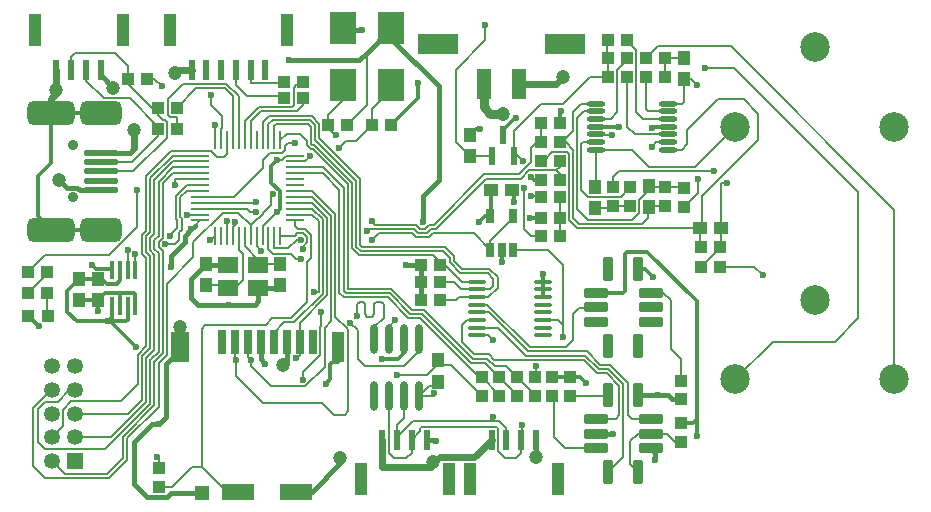
<source format=gtl>
G04 Layer_Physical_Order=1*
G04 Layer_Color=255*
%FSLAX43Y43*%
%MOMM*%
G71*
G01*
G75*
%ADD10O,1.600X0.450*%
%ADD11R,0.650X1.250*%
%ADD12R,3.454X1.651*%
%ADD13R,1.270X2.540*%
%ADD14R,1.800X1.400*%
%ADD15R,2.200X2.800*%
%ADD16R,1.000X1.000*%
%ADD17R,1.000X1.000*%
%ADD18R,1.000X1.150*%
%ADD19R,1.150X1.000*%
%ADD20R,0.700X2.000*%
%ADD21R,1.000X2.600*%
%ADD22R,1.500X2.600*%
%ADD23R,1.200X1.200*%
%ADD24R,2.700X1.400*%
%ADD25R,0.350X1.500*%
%ADD26R,0.600X1.700*%
%ADD27R,1.000X2.800*%
%ADD28O,0.700X2.500*%
%ADD29O,1.550X0.250*%
%ADD30O,0.250X1.550*%
%ADD31R,0.600X1.600*%
G04:AMPARAMS|DCode=32|XSize=2mm|YSize=0.8mm|CornerRadius=0.08mm|HoleSize=0mm|Usage=FLASHONLY|Rotation=180.000|XOffset=0mm|YOffset=0mm|HoleType=Round|Shape=RoundedRectangle|*
%AMROUNDEDRECTD32*
21,1,2.000,0.640,0,0,180.0*
21,1,1.840,0.800,0,0,180.0*
1,1,0.160,-0.920,0.320*
1,1,0.160,0.920,0.320*
1,1,0.160,0.920,-0.320*
1,1,0.160,-0.920,-0.320*
%
%ADD32ROUNDEDRECTD32*%
G04:AMPARAMS|DCode=33|XSize=2mm|YSize=0.8mm|CornerRadius=0.08mm|HoleSize=0mm|Usage=FLASHONLY|Rotation=90.000|XOffset=0mm|YOffset=0mm|HoleType=Round|Shape=RoundedRectangle|*
%AMROUNDEDRECTD33*
21,1,2.000,0.640,0,0,90.0*
21,1,1.840,0.800,0,0,90.0*
1,1,0.160,0.320,0.920*
1,1,0.160,0.320,-0.920*
1,1,0.160,-0.320,-0.920*
1,1,0.160,-0.320,0.920*
%
%ADD33ROUNDEDRECTD33*%
G04:AMPARAMS|DCode=34|XSize=2.8mm|YSize=0.5mm|CornerRadius=0.125mm|HoleSize=0mm|Usage=FLASHONLY|Rotation=180.000|XOffset=0mm|YOffset=0mm|HoleType=Round|Shape=RoundedRectangle|*
%AMROUNDEDRECTD34*
21,1,2.800,0.250,0,0,180.0*
21,1,2.550,0.500,0,0,180.0*
1,1,0.250,-1.275,0.125*
1,1,0.250,1.275,0.125*
1,1,0.250,1.275,-0.125*
1,1,0.250,-1.275,-0.125*
%
%ADD34ROUNDEDRECTD34*%
G04:AMPARAMS|DCode=35|XSize=3.5mm|YSize=2.05mm|CornerRadius=0.512mm|HoleSize=0mm|Usage=FLASHONLY|Rotation=180.000|XOffset=0mm|YOffset=0mm|HoleType=Round|Shape=RoundedRectangle|*
%AMROUNDEDRECTD35*
21,1,3.500,1.025,0,0,180.0*
21,1,2.475,2.050,0,0,180.0*
1,1,1.025,-1.238,0.512*
1,1,1.025,1.238,0.512*
1,1,1.025,1.238,-0.512*
1,1,1.025,-1.238,-0.512*
%
%ADD35ROUNDEDRECTD35*%
G04:AMPARAMS|DCode=36|XSize=4mm|YSize=2.05mm|CornerRadius=0.512mm|HoleSize=0mm|Usage=FLASHONLY|Rotation=180.000|XOffset=0mm|YOffset=0mm|HoleType=Round|Shape=RoundedRectangle|*
%AMROUNDEDRECTD36*
21,1,4.000,1.025,0,0,180.0*
21,1,2.975,2.050,0,0,180.0*
1,1,1.025,-1.488,0.512*
1,1,1.025,1.488,0.512*
1,1,1.025,1.488,-0.512*
1,1,1.025,-1.488,-0.512*
%
%ADD36ROUNDEDRECTD36*%
G04:AMPARAMS|DCode=37|XSize=3.5mm|YSize=2.05mm|CornerRadius=0.512mm|HoleSize=0mm|Usage=FLASHONLY|Rotation=180.000|XOffset=0mm|YOffset=0mm|HoleType=Round|Shape=RoundedRectangle|*
%AMROUNDEDRECTD37*
21,1,3.500,1.025,0,0,180.0*
21,1,2.475,2.050,0,0,180.0*
1,1,1.025,-1.238,0.512*
1,1,1.025,1.238,0.512*
1,1,1.025,1.238,-0.512*
1,1,1.025,-1.238,-0.512*
%
%ADD37ROUNDEDRECTD37*%
%ADD38R,1.000X1.000*%
%ADD39O,1.600X0.350*%
%ADD40C,0.200*%
%ADD41C,0.400*%
%ADD42C,0.300*%
%ADD43C,0.600*%
%ADD44C,0.800*%
%ADD45C,2.500*%
%ADD46C,0.900*%
%ADD47R,1.350X1.350*%
%ADD48C,1.350*%
%ADD49C,0.600*%
%ADD50C,1.200*%
D10*
X56250Y30150D02*
D03*
Y30800D02*
D03*
Y31450D02*
D03*
Y32100D02*
D03*
Y32750D02*
D03*
Y33400D02*
D03*
Y34050D02*
D03*
X50150Y30150D02*
D03*
Y30800D02*
D03*
Y31450D02*
D03*
Y32100D02*
D03*
Y32750D02*
D03*
Y33400D02*
D03*
Y34050D02*
D03*
D11*
X41250Y21675D02*
D03*
X42200D02*
D03*
X43150D02*
D03*
Y24525D02*
D03*
X41250D02*
D03*
D12*
X36790Y39124D02*
D03*
X47590D02*
D03*
D13*
X43700Y35670D02*
D03*
X40676D02*
D03*
D14*
X19000Y20400D02*
D03*
X21600D02*
D03*
Y18400D02*
D03*
X19000D02*
D03*
D15*
X28775Y35605D02*
D03*
Y40405D02*
D03*
X32850Y35605D02*
D03*
Y40405D02*
D03*
D16*
X37000Y20400D02*
D03*
X35400D02*
D03*
X35400Y18900D02*
D03*
X37000D02*
D03*
X35400Y17400D02*
D03*
X37000D02*
D03*
X3700Y18000D02*
D03*
X2100D02*
D03*
X3700Y19800D02*
D03*
X2100D02*
D03*
X27500Y32200D02*
D03*
X29100D02*
D03*
X31200D02*
D03*
X32800D02*
D03*
X25400Y35900D02*
D03*
X23800D02*
D03*
X25400Y34500D02*
D03*
X23800D02*
D03*
X10600Y36100D02*
D03*
X12200D02*
D03*
X13100Y33700D02*
D03*
X14700D02*
D03*
X13100Y31900D02*
D03*
X14700D02*
D03*
X47100Y27600D02*
D03*
X45500D02*
D03*
X45500Y29200D02*
D03*
X47100D02*
D03*
X52800Y36300D02*
D03*
X51200D02*
D03*
X52800Y39400D02*
D03*
X51200D02*
D03*
X59100Y20200D02*
D03*
X60700D02*
D03*
X60700Y21900D02*
D03*
X59100D02*
D03*
X56000Y37900D02*
D03*
X54400D02*
D03*
X54400Y36300D02*
D03*
X56000D02*
D03*
X45500Y32400D02*
D03*
X47100D02*
D03*
X47100Y24400D02*
D03*
X45500D02*
D03*
X47100Y30800D02*
D03*
X45500D02*
D03*
X52800Y37900D02*
D03*
X51200D02*
D03*
X45500Y26100D02*
D03*
X47100D02*
D03*
X45500Y22800D02*
D03*
X47100D02*
D03*
D17*
X13200Y3200D02*
D03*
Y1600D02*
D03*
X57400Y10600D02*
D03*
Y9000D02*
D03*
X48000Y9300D02*
D03*
Y10900D02*
D03*
X46500Y9300D02*
D03*
Y10900D02*
D03*
X45000Y9300D02*
D03*
Y10900D02*
D03*
X57400Y7000D02*
D03*
Y5400D02*
D03*
X43500Y9300D02*
D03*
Y10900D02*
D03*
X42000Y9300D02*
D03*
Y10900D02*
D03*
X40500Y9300D02*
D03*
Y10900D02*
D03*
X57600Y26900D02*
D03*
Y25300D02*
D03*
X56000Y27000D02*
D03*
Y25400D02*
D03*
X51600Y25400D02*
D03*
Y27000D02*
D03*
X53100Y27000D02*
D03*
Y25400D02*
D03*
D18*
X6400Y17400D02*
D03*
Y19200D02*
D03*
X8000Y17400D02*
D03*
Y19200D02*
D03*
X36800Y12300D02*
D03*
Y10500D02*
D03*
X23400Y18700D02*
D03*
Y20500D02*
D03*
X17200Y20500D02*
D03*
Y18700D02*
D03*
X39500Y31400D02*
D03*
Y29600D02*
D03*
X57600Y36100D02*
D03*
Y37900D02*
D03*
X50100Y27000D02*
D03*
Y25200D02*
D03*
X54700Y25300D02*
D03*
Y27100D02*
D03*
D19*
X43100Y26700D02*
D03*
X41300D02*
D03*
X59000Y23500D02*
D03*
X60800D02*
D03*
D20*
X26200Y13900D02*
D03*
X25100D02*
D03*
X24000D02*
D03*
X22900D02*
D03*
X21800D02*
D03*
X20700D02*
D03*
X19600D02*
D03*
X18500D02*
D03*
D21*
X28300Y13400D02*
D03*
D22*
X14950D02*
D03*
D23*
X16850Y1100D02*
D03*
D24*
X24800Y1200D02*
D03*
X19900D02*
D03*
D25*
X9875Y19925D02*
D03*
X10525D02*
D03*
X9875Y16875D02*
D03*
X10525D02*
D03*
X9225Y19925D02*
D03*
X11175D02*
D03*
Y16875D02*
D03*
X9225D02*
D03*
D26*
X15945Y36900D02*
D03*
X17195D02*
D03*
X22195D02*
D03*
X20945D02*
D03*
X19695D02*
D03*
X18445D02*
D03*
X32100Y5600D02*
D03*
X33350D02*
D03*
X34600D02*
D03*
X35850D02*
D03*
X41350D02*
D03*
X42600D02*
D03*
X43850D02*
D03*
X45100D02*
D03*
X8250Y36900D02*
D03*
X7000D02*
D03*
X5750D02*
D03*
X4500D02*
D03*
D27*
X14095Y40250D02*
D03*
X24045D02*
D03*
X37700Y2250D02*
D03*
X30250D02*
D03*
X46950D02*
D03*
X39500D02*
D03*
X2650Y40250D02*
D03*
X10100D02*
D03*
D28*
X31395Y9250D02*
D03*
X32665D02*
D03*
X33935D02*
D03*
X35205D02*
D03*
X31395Y14150D02*
D03*
X32665D02*
D03*
X33935D02*
D03*
X35205D02*
D03*
D29*
X16675Y25150D02*
D03*
Y25650D02*
D03*
X24725Y24150D02*
D03*
Y24650D02*
D03*
Y25150D02*
D03*
Y25650D02*
D03*
Y26150D02*
D03*
Y26650D02*
D03*
Y27150D02*
D03*
Y27650D02*
D03*
Y28150D02*
D03*
Y28650D02*
D03*
Y29150D02*
D03*
Y29650D02*
D03*
X16675D02*
D03*
Y29150D02*
D03*
Y28650D02*
D03*
Y28150D02*
D03*
Y27650D02*
D03*
Y27150D02*
D03*
Y26650D02*
D03*
Y26150D02*
D03*
Y24650D02*
D03*
Y24150D02*
D03*
D30*
X17950Y22875D02*
D03*
X18450D02*
D03*
X18950D02*
D03*
X19450D02*
D03*
X19950D02*
D03*
X20450D02*
D03*
X20950D02*
D03*
X21450D02*
D03*
X21950D02*
D03*
X22450D02*
D03*
X22950D02*
D03*
X23450D02*
D03*
Y30925D02*
D03*
X22950D02*
D03*
X22450D02*
D03*
X21950D02*
D03*
X21450D02*
D03*
X20950D02*
D03*
X20450D02*
D03*
X19950D02*
D03*
X19450D02*
D03*
X18950D02*
D03*
X18450D02*
D03*
X17950D02*
D03*
D31*
X42300Y31400D02*
D03*
X43250Y29600D02*
D03*
X41350D02*
D03*
D32*
X54820Y18045D02*
D03*
Y16795D02*
D03*
Y15545D02*
D03*
X50180Y18045D02*
D03*
Y16795D02*
D03*
Y15545D02*
D03*
Y4850D02*
D03*
Y6100D02*
D03*
Y7350D02*
D03*
X54820Y4850D02*
D03*
Y6100D02*
D03*
Y7350D02*
D03*
D33*
X51230Y13545D02*
D03*
X53770D02*
D03*
X51230Y20045D02*
D03*
X53770D02*
D03*
Y9350D02*
D03*
X51230D02*
D03*
X53770Y2850D02*
D03*
X51230D02*
D03*
D34*
X8250Y28300D02*
D03*
Y26700D02*
D03*
Y27500D02*
D03*
Y29900D02*
D03*
Y29100D02*
D03*
D35*
X8275Y23375D02*
D03*
D36*
X4025D02*
D03*
Y33225D02*
D03*
D37*
X8275D02*
D03*
D38*
X2100Y16100D02*
D03*
X3800D02*
D03*
D39*
X40100Y18975D02*
D03*
Y18325D02*
D03*
Y17675D02*
D03*
Y17025D02*
D03*
Y16375D02*
D03*
Y15725D02*
D03*
Y15075D02*
D03*
Y14425D02*
D03*
X45700Y18975D02*
D03*
Y18325D02*
D03*
Y17675D02*
D03*
Y17025D02*
D03*
Y16375D02*
D03*
Y15725D02*
D03*
Y15075D02*
D03*
Y14425D02*
D03*
D40*
X29200Y8000D02*
Y14900D01*
X27000Y8700D02*
X28000Y7700D01*
X28900D02*
X29200Y8000D01*
X28000Y7700D02*
X28900D01*
X22000Y8700D02*
X27000D01*
X19700Y11000D02*
X22000Y8700D01*
X36055Y10100D02*
X36900D01*
X21350Y20250D02*
X21700Y19900D01*
X45200Y26200D02*
X45300Y26300D01*
X44500Y26200D02*
X45200D01*
X44500D02*
X44600Y26300D01*
X54700Y27000D02*
X56000D01*
X54600Y27100D02*
X54700Y27000D01*
Y25400D02*
X55900D01*
X54600Y25300D02*
X54700Y25400D01*
X54600Y24400D02*
Y25300D01*
X50000Y27000D02*
X50150Y27150D01*
X11175Y19925D02*
Y21375D01*
X51100Y37900D02*
X51200Y37800D01*
X51100Y37900D02*
Y39300D01*
X43250Y29900D02*
X43300D01*
X44000Y29200D01*
X26695Y18095D02*
Y24105D01*
X12800Y33500D02*
X13100D01*
X47100Y22800D02*
Y26100D01*
X41500Y7200D02*
X42000D01*
X34693D02*
X41500D01*
X23345Y34700D02*
X23572Y34928D01*
X19450Y23559D02*
X19800Y23909D01*
X43700Y5750D02*
X43900Y5950D01*
X2500Y8298D02*
X4002Y9800D01*
X4100Y3800D02*
X5200Y2700D01*
X4600Y8800D02*
X5600Y9800D01*
X6100D01*
X25952Y29552D02*
Y29627D01*
X25550Y29150D02*
X25952Y29552D01*
X30219Y22078D02*
Y27637D01*
X29867Y21932D02*
Y27491D01*
X29514Y21786D02*
Y27345D01*
X29162Y18336D02*
Y27199D01*
X26181Y30180D02*
X29162Y27199D01*
X26327Y30532D02*
X29514Y27345D01*
X26395Y30963D02*
X29867Y27491D01*
X26395Y30963D02*
Y32206D01*
X26748Y31108D02*
X30219Y27637D01*
X26748Y31108D02*
Y32352D01*
X26169Y30532D02*
X26327D01*
X26043Y30659D02*
X26169Y30532D01*
X26017Y30180D02*
X26181D01*
X25690Y30506D02*
X26017Y30180D01*
X24725Y29150D02*
X25550D01*
X25690Y30506D02*
Y30910D01*
X30800Y33900D02*
Y38355D01*
X29100Y32200D02*
X30800Y33900D01*
X21450Y21950D02*
Y22875D01*
Y21950D02*
X21800Y21600D01*
X15550Y24650D02*
X16675D01*
X14645Y26245D02*
X15550Y27150D01*
X14998Y26099D02*
X15548Y26650D01*
X14998Y24421D02*
Y26099D01*
X14645Y24275D02*
Y26245D01*
Y24275D02*
X14700Y24220D01*
X14998Y24421D02*
X15100Y24319D01*
X45500Y30800D02*
X45500Y30800D01*
Y32400D01*
X43798Y27700D02*
X44498Y28400D01*
X40868Y27700D02*
X43798D01*
X43652Y28052D02*
X44700Y29100D01*
X40722Y28052D02*
X43652D01*
X36620Y23452D02*
X40868Y27700D01*
X36474Y23805D02*
X40722Y28052D01*
X44048Y23452D02*
X44700Y22800D01*
X44048Y23452D02*
Y26812D01*
X44127Y26891D01*
X43150Y24350D02*
Y24525D01*
X41250Y22450D02*
X43150Y24350D01*
X35205Y13100D02*
Y14150D01*
X30600Y11800D02*
X33905D01*
X30000Y12400D02*
X30600Y11800D01*
X30000Y12400D02*
Y14851D01*
X33905Y11800D02*
X35205Y13100D01*
X33300Y11100D02*
X35900D01*
X36800Y12000D01*
X43900Y5950D02*
Y6800D01*
X43700Y5750D02*
X43850Y5600D01*
X35729Y23448D02*
X36086Y23805D01*
X34914D02*
X35271Y23448D01*
X31495Y23805D02*
X34914D01*
X36086D02*
X36474D01*
X36378Y23100D02*
X39825D01*
X30952Y23452D02*
X34768D01*
X36021Y22743D02*
X36378Y23100D01*
X34979Y22743D02*
X36021D01*
X34622Y23100D02*
X34979Y22743D01*
X31800Y23100D02*
X34622D01*
X36232Y23452D02*
X36620D01*
X35875Y23095D02*
X36232Y23452D01*
X35125Y23095D02*
X35875D01*
X34768Y23452D02*
X35125Y23095D01*
X35271Y23448D02*
X35729D01*
X41250Y21675D02*
Y22450D01*
X39825Y23100D02*
X41250Y21675D01*
X36500Y9300D02*
Y9500D01*
X36450Y9250D02*
X36500Y9300D01*
X35205Y9250D02*
X36450D01*
X17500Y22500D02*
X17575D01*
X17950Y22875D01*
X18598Y24798D02*
X19902D01*
X47100Y27600D02*
Y28100D01*
X46800Y28400D02*
X47100Y28100D01*
X44500Y26200D02*
X44700D01*
X40800Y39400D02*
Y40700D01*
X38300Y36900D02*
X40800Y39400D01*
X38300Y30800D02*
Y36900D01*
Y30800D02*
X39500Y29600D01*
X7000Y36000D02*
X8498Y34502D01*
X10698D01*
X13100Y32100D01*
X19450Y30925D02*
Y34650D01*
X13948Y33095D02*
Y34452D01*
Y33095D02*
X14095Y32948D01*
X14700D01*
Y31900D02*
Y32948D01*
X13500Y32652D02*
X13705D01*
X13852Y32505D01*
X11000Y28319D02*
X13852Y31172D01*
Y32505D01*
X13100Y33052D02*
X13500Y32652D01*
X10600Y35700D02*
X12800Y33500D01*
X13100Y33052D02*
Y33500D01*
X17950Y30925D02*
Y32250D01*
X19950Y30925D02*
Y34650D01*
X17573Y30027D02*
X18100Y29500D01*
X14229Y30027D02*
X17573D01*
X13100Y31900D02*
Y32100D01*
X7000Y36000D02*
Y36900D01*
X11000Y28300D02*
Y28319D01*
X10900Y29100D02*
X13100Y31300D01*
Y31900D01*
X10600Y35700D02*
Y36100D01*
Y37200D01*
X9500Y38300D02*
X10600Y37200D01*
X6100Y38300D02*
X9500D01*
X5750Y37950D02*
X6100Y38300D01*
X5750Y36900D02*
Y37950D01*
X12800Y36100D02*
X13400Y35500D01*
X12200Y36100D02*
X12800D01*
X23800Y15530D02*
X24631D01*
X22900Y14630D02*
X23800Y15530D01*
X22784Y15882D02*
X24382D01*
X24631Y15530D02*
X27048Y17946D01*
X22202Y15300D02*
X22784Y15882D01*
X35205Y9250D02*
X36055Y10100D01*
X37900Y11900D02*
X40500Y9300D01*
X36900Y11900D02*
X37900D01*
X36800Y12000D02*
X36900Y11900D01*
X32665Y15165D02*
X33200Y15700D01*
X32665Y14150D02*
Y15165D01*
X41075Y14425D02*
X41500Y14000D01*
X40100Y14425D02*
X41075D01*
X13000Y4100D02*
X13200Y3900D01*
Y3200D02*
Y3900D01*
X20900Y24900D02*
X21400D01*
X21629Y24348D02*
X21952Y24671D01*
X21548Y24348D02*
X21629D01*
X20950Y23750D02*
X21548Y24348D01*
X21952Y24752D02*
X22648Y25448D01*
X21952Y24671D02*
Y24752D01*
X22648Y25448D02*
Y26248D01*
X21950Y23650D02*
X23200Y24900D01*
X22648Y26248D02*
X22800Y26400D01*
X21950Y22875D02*
Y23650D01*
X23200Y29300D02*
X23600D01*
X22598Y29898D02*
X23606D01*
X19550Y26150D02*
X22000Y28600D01*
Y29300D02*
X22598Y29898D01*
X22000Y28600D02*
Y29300D01*
X23600Y29300D02*
X23950Y29650D01*
X23606Y29898D02*
X23827Y30119D01*
Y30427D01*
X23950Y29650D02*
X24725D01*
X23827Y30427D02*
X24100Y30700D01*
X24700D01*
X16675Y26150D02*
X19550D01*
X52800Y32100D02*
X53452Y31448D01*
X56248D01*
X56250Y31450D01*
X52000Y33300D02*
Y36900D01*
X51450Y32750D02*
X52000Y33300D01*
X50150Y32750D02*
X51450D01*
X43250Y31750D02*
X45500Y34000D01*
X43250Y29900D02*
Y31750D01*
X45500Y34000D02*
X47400D01*
X39500Y29600D02*
X41350D01*
X44498Y28400D02*
X46800D01*
X44500Y26200D02*
X44500Y26200D01*
X44700Y22800D02*
X45500D01*
X41500Y7200D02*
Y7500D01*
X48952Y26716D02*
X49495Y26173D01*
X49100Y30800D02*
X50150D01*
X48952Y30652D02*
X49100Y30800D01*
X48952Y26716D02*
Y30652D01*
X48600Y32800D02*
X49200Y33400D01*
X48600Y25097D02*
Y32800D01*
X48200Y33300D02*
X48950Y34050D01*
X48200Y31700D02*
Y33300D01*
X47300Y30800D02*
X48200Y31700D01*
X48600Y25097D02*
X49492Y24205D01*
X48748Y23852D02*
X54052D01*
X48248Y24352D02*
X48748Y23852D01*
X48248Y24352D02*
Y30156D01*
X47603Y30800D02*
X48248Y30156D01*
X47895Y24157D02*
Y29810D01*
Y24157D02*
X48552Y23500D01*
X59000D01*
X44700Y29100D02*
Y30300D01*
X47300Y30800D02*
X47403D01*
X45200D02*
X45500D01*
X47100D02*
X47300D01*
X47752Y29952D02*
X47895Y29810D01*
X49495Y26173D02*
X52273D01*
X51400Y25200D02*
X51600Y25400D01*
X50100Y25200D02*
X51400D01*
X50150Y27150D02*
Y30150D01*
X52273Y26173D02*
X53100Y27000D01*
X55300Y30800D02*
X56250D01*
X54900Y30400D02*
X55300Y30800D01*
X60800Y27300D02*
X61300D01*
X60800Y23500D02*
Y27300D01*
X51600Y25400D02*
X51600D01*
X59152Y26252D02*
X63900Y31000D01*
X59152Y23652D02*
Y26252D01*
X59100Y20200D02*
X60700Y21800D01*
Y21900D01*
X60800Y22000D01*
Y23500D01*
X50150Y31450D02*
X50200Y31400D01*
X51500D01*
X45300Y26300D02*
X45500Y26100D01*
X57600Y36100D02*
X58200D01*
X58700Y35600D01*
X59400Y37100D02*
X61900D01*
X72400Y26600D01*
Y15900D02*
Y26600D01*
X70400Y13900D02*
X72400Y15900D01*
X65150Y13900D02*
X70400D01*
X61950Y10700D02*
X65150Y13900D01*
X56250Y34050D02*
X57450D01*
X57600Y34200D01*
Y36100D01*
Y37900D02*
X57600D01*
X57600Y37900D02*
X57600Y37900D01*
X56000Y37900D02*
X57600D01*
X56000Y36300D02*
X56368D01*
X63600Y20200D02*
X64300Y19500D01*
X60700Y20200D02*
X63600D01*
X57600Y25300D02*
X58800Y26500D01*
Y27681D01*
X59000Y23500D02*
X59152Y23652D01*
X52100Y28300D02*
X60200D01*
X51600Y27800D02*
X52100Y28300D01*
X51600Y27000D02*
Y27800D01*
X53100Y25400D02*
X53100Y25400D01*
X51600Y25400D02*
X53100D01*
X49492Y24205D02*
X53262D01*
X54700Y27000D02*
Y27100D01*
Y26732D02*
Y27000D01*
X49200Y33400D02*
X50150D01*
X53262Y24205D02*
X53852Y24795D01*
Y25884D01*
X54700Y26732D01*
X56000Y27000D02*
X57400D01*
X54052Y23852D02*
X54600Y24400D01*
X57400Y27000D02*
X57500Y26900D01*
X53700Y6100D02*
X54820D01*
X53100Y5500D02*
X53700Y6100D01*
X53100Y3520D02*
Y5500D01*
Y3520D02*
X53770Y2850D01*
X54820Y6100D02*
X56200D01*
X56900Y5400D01*
X57400D01*
X54820Y18045D02*
X55855D01*
X56500Y17400D01*
Y13300D02*
Y17400D01*
Y13300D02*
X57400Y12400D01*
Y10600D02*
Y12400D01*
X61000Y10700D02*
X61950D01*
X56250Y30150D02*
X57450D01*
X57900Y30600D01*
Y31800D01*
X60500Y34400D01*
X62700D01*
X63900Y33200D01*
Y31000D02*
Y33200D01*
X59000Y22000D02*
X59100Y21900D01*
X59000Y22000D02*
Y23500D01*
X50150Y30150D02*
X53250D01*
X54700Y28700D01*
X58550D01*
X61950Y32100D01*
X54600Y33400D02*
X56250D01*
X54400Y33600D02*
X54600Y33400D01*
X54400Y33600D02*
Y36300D01*
X55400Y38900D02*
X61600D01*
X54400Y37900D02*
X55400Y38900D01*
X56000Y36300D02*
X56000Y36300D01*
X56000Y36300D02*
Y37900D01*
X53600Y33300D02*
Y38600D01*
X52800Y39400D02*
X53600Y38600D01*
X49700Y36300D02*
X51200D01*
X47400Y34000D02*
X49700Y36300D01*
X51200D02*
Y37800D01*
X52000Y36900D02*
X52800Y37700D01*
Y37800D01*
Y32100D02*
Y36300D01*
X75450Y10700D02*
Y25050D01*
X61600Y38900D02*
X75450Y25050D01*
X54150Y32750D02*
X56250D01*
X53600Y33300D02*
X54150Y32750D01*
X48950Y34050D02*
X50150D01*
X45500Y29200D02*
X45743D01*
X46495Y29952D01*
X47752D01*
X45000Y9300D02*
Y9400D01*
X43500Y10900D02*
X45000Y9400D01*
X43500Y9300D02*
Y9400D01*
X42000Y10900D02*
X43500Y9400D01*
X42000Y9300D02*
Y9400D01*
X40500Y10900D02*
X42000Y9400D01*
X41093Y12804D02*
X41544Y12352D01*
X50100Y16715D02*
X50180Y16795D01*
X48715Y16715D02*
X50100D01*
X48200Y16200D02*
X48715Y16715D01*
X48200Y14000D02*
Y16200D01*
X40100Y17025D02*
X40973D01*
X44589Y13410D01*
X40103Y16372D02*
X41122D01*
X40100Y16375D02*
X40103Y16372D01*
X41122D02*
X41125Y16375D01*
X44589Y13410D02*
X47610D01*
X44297Y12705D02*
X49294D01*
X41927Y15075D02*
X44297Y12705D01*
X40100Y15075D02*
X41927D01*
X41125Y16375D02*
X44443Y13057D01*
X49440D01*
X47610Y13410D02*
X48200Y14000D01*
X47400Y14300D02*
Y15300D01*
X45000Y10900D02*
X45100Y11000D01*
Y11800D01*
X49440Y13057D02*
X50544Y11952D01*
X49294Y12705D02*
X50398Y11600D01*
X49148Y12352D02*
X50300Y11200D01*
X41544Y12352D02*
X49148D01*
X53250Y7350D02*
X54820D01*
X52900Y7700D02*
X53250Y7350D01*
X52900Y7700D02*
Y10387D01*
X51334Y11952D02*
X52900Y10387D01*
X50544Y11952D02*
X51334D01*
X51188Y11600D02*
X52500Y10288D01*
X50398Y11600D02*
X51188D01*
X51090Y11200D02*
X52148Y10142D01*
X50300Y11200D02*
X51090D01*
X38800Y13897D02*
Y15300D01*
X39225Y15725D01*
X40100D01*
X50180Y7350D02*
X51850D01*
X52148Y7648D01*
Y10142D01*
X52500Y4120D02*
Y10288D01*
X51230Y2850D02*
X52500Y4120D01*
X39893Y12804D02*
X41093D01*
X42600Y11800D02*
X43500Y10900D01*
X41598Y11800D02*
X42600D01*
X40947Y12452D02*
X41598Y11800D01*
X38800Y13897D02*
X39893Y12804D01*
X39747Y12452D02*
X40947D01*
X35598Y16600D02*
X39747Y12452D01*
X51180Y9300D02*
X51230Y9350D01*
X48000Y9300D02*
X51180D01*
X46500D02*
X46600Y9200D01*
Y5800D02*
Y9200D01*
X40801Y12099D02*
X42000Y10900D01*
X39601Y12099D02*
X40801D01*
X38399Y13301D02*
X39601Y12099D01*
X40302Y10900D02*
X40500D01*
X35306Y15895D02*
X40302Y10900D01*
X43150Y21675D02*
X46125D01*
X47400Y20400D01*
Y15300D02*
Y20400D01*
X45700Y15725D02*
X46975D01*
X47400Y15300D01*
X47550Y4850D02*
X50180D01*
X46600Y5800D02*
X47550Y4850D01*
X33350Y5857D02*
X34693Y7200D01*
X42000D02*
X42600Y6600D01*
Y5600D02*
Y6600D01*
X33350Y5857D02*
Y6850D01*
X33935Y7435D01*
Y9250D01*
Y10087D01*
X41902Y4598D02*
Y6555D01*
X41755Y6702D02*
X41902Y6555D01*
X35445Y6702D02*
X41755D01*
X35298Y6555D02*
X35445Y6702D01*
X35298Y6298D02*
Y6555D01*
X34600Y5600D02*
X35298Y6298D01*
X34600Y4500D02*
Y5600D01*
X34100Y4000D02*
X34600Y4500D01*
X33100Y4000D02*
X34100D01*
X32665Y4435D02*
X33100Y4000D01*
X32665Y4435D02*
Y9250D01*
X43850Y4450D02*
Y5600D01*
X43400Y4000D02*
X43850Y4450D01*
X42500Y4000D02*
X43400D01*
X41902Y4598D02*
X42500Y4000D01*
X19950Y21650D02*
Y22875D01*
Y21650D02*
X20300Y21300D01*
Y19100D02*
Y21300D01*
X19600Y18400D02*
X20300Y19100D01*
X19000Y18400D02*
X19600D01*
X19902Y24798D02*
X20950Y23750D01*
X19659Y24050D02*
X19800Y23909D01*
X16675Y25150D02*
X20650D01*
X18950Y22875D02*
Y24050D01*
X18900Y24100D02*
X18950Y24050D01*
X31200Y24100D02*
X31495Y23805D01*
X44700Y30300D02*
X45200Y30800D01*
X47100Y28700D02*
Y29200D01*
X46800Y28400D02*
X47100Y28700D01*
X30800Y23300D02*
X30952Y23452D01*
X31200Y22500D02*
X31800Y23100D01*
X29514Y21786D02*
X30100Y21200D01*
X28810Y18190D02*
Y26889D01*
X27048Y28650D02*
X28810Y26889D01*
X28457Y18044D02*
Y26743D01*
X27050Y28150D02*
X28457Y26743D01*
X28105Y15965D02*
Y24690D01*
X26145Y26650D02*
X28105Y24690D01*
X27752Y15604D02*
Y24544D01*
X26147Y26150D02*
X27752Y24544D01*
X27400Y17800D02*
Y24398D01*
X26148Y25650D02*
X27400Y24398D01*
X27048Y17946D02*
Y24252D01*
X26150Y25150D02*
X27048Y24252D01*
X26150Y24650D02*
X26695Y24105D01*
X30219Y22078D02*
X30392Y21905D01*
X37394D01*
X38152Y21146D01*
Y20746D02*
Y21146D01*
Y20746D02*
X38846Y20052D01*
X41146D01*
X41852Y19346D01*
X41500Y18600D02*
Y19200D01*
X41000Y19700D02*
X41500Y19200D01*
X40100Y18325D02*
X41225D01*
X41500Y18600D01*
X29867Y21932D02*
X30246Y21552D01*
X37248D01*
X37800Y21000D01*
Y20600D02*
Y21000D01*
Y20600D02*
X38700Y19700D01*
X41000D01*
X30100Y21200D02*
X36400D01*
X37000Y20600D01*
Y20400D02*
Y20600D01*
X23450Y30925D02*
X24025Y31500D01*
X25100D01*
X25690Y30910D01*
X24725Y28650D02*
X27048D01*
X24725Y28150D02*
X27050D01*
X24725Y26650D02*
X26145D01*
X24725Y25650D02*
X26148D01*
X24725Y26150D02*
X26147D01*
X24725Y25150D02*
X26150D01*
X24725Y24650D02*
X26150D01*
X24725Y23675D02*
Y24150D01*
X22950Y30925D02*
Y32145D01*
X23100Y32295D01*
X25805D01*
X26043Y32057D01*
Y30659D02*
Y32057D01*
X22450Y30925D02*
Y32298D01*
X22800Y32648D01*
X25954D01*
X26395Y32206D01*
X21950Y30925D02*
Y32450D01*
X22500Y33000D01*
X26100D01*
X26748Y32352D01*
X20950Y30925D02*
Y32552D01*
X25105Y35605D02*
X25400Y35900D01*
X24800Y35605D02*
X25105D01*
X24600Y35405D02*
X24800Y35605D01*
X19695Y35605D02*
X20600Y34700D01*
X23345D01*
X23655Y35755D02*
X23800Y35900D01*
X20945Y35755D02*
X23655D01*
X20450Y30925D02*
Y32550D01*
X20650Y25150D02*
X20900Y24900D01*
X21350Y25650D02*
X21400Y25700D01*
X16675Y25650D02*
X21350D01*
X15548Y26650D02*
X16675D01*
X15550Y27150D02*
X16675D01*
X18950Y29750D02*
Y30925D01*
X18700Y29500D02*
X18950Y29750D01*
X18100Y29500D02*
X18700D01*
X11300Y23568D02*
Y26700D01*
X8932Y21200D02*
X11300Y23568D01*
X14550Y27150D02*
Y27650D01*
X14348Y28150D02*
X16675D01*
X14350Y28650D02*
X16675D01*
X14348Y29150D02*
X16675D01*
X14350Y29650D02*
X16675D01*
X14550Y27650D02*
X16675D01*
X20950Y22875D02*
Y23750D01*
X22952Y21848D02*
X24143D01*
X22950Y21850D02*
X22952Y21848D01*
X22950Y21850D02*
Y22875D01*
X22873Y21327D02*
X24373D01*
X22450Y21750D02*
X22873Y21327D01*
X22450Y21750D02*
Y22875D01*
X21600Y20400D02*
X21700Y20500D01*
X23400D01*
X20450Y21950D02*
Y22875D01*
Y21950D02*
X21600Y20800D01*
Y20400D02*
Y20800D01*
X18700Y18700D02*
X19000Y18400D01*
X17200Y18700D02*
X18700D01*
X19450Y22875D02*
Y23559D01*
X31395Y14150D02*
Y15095D01*
X32200Y15900D01*
Y17100D01*
X32021Y17279D02*
X32200Y17100D01*
X31579Y17279D02*
X32021D01*
X34305Y15895D02*
X35306D01*
X32568Y17632D02*
X34305Y15895D01*
X28870Y17632D02*
X32568D01*
X31400Y17100D02*
X31579Y17279D01*
X31400Y16200D02*
Y17100D01*
X31200Y16000D02*
X31400Y16200D01*
X30800Y16000D02*
X31200D01*
X30600Y16200D02*
X30800Y16000D01*
X30600Y16200D02*
Y17100D01*
X30421Y17279D02*
X30600Y17100D01*
X30179Y17279D02*
X30421D01*
X29941Y17041D02*
X30179Y17279D01*
X29941Y16041D02*
Y17041D01*
X31395Y14150D02*
X31400Y14155D01*
X29376Y15476D02*
X30000Y14851D01*
X32860Y18336D02*
X34597Y16600D01*
X32714Y17984D02*
X34451Y16248D01*
X29016Y17984D02*
X32714D01*
X29162Y18336D02*
X32860D01*
X28810Y18190D02*
X29016Y17984D01*
X28457Y18044D02*
X28870Y17632D01*
X28105Y15965D02*
X29147Y14923D01*
X29177D02*
X29200Y14900D01*
X29147Y14923D02*
X29177D01*
X34597Y16600D02*
X35598D01*
X38399Y13301D02*
X38399D01*
X3500Y21200D02*
X8932D01*
X3500Y8800D02*
X4600D01*
X2900Y8200D02*
X3500Y8800D01*
X2900Y5400D02*
Y8200D01*
Y5400D02*
X3500Y4800D01*
X8603D01*
X4100Y5800D02*
X5027Y6727D01*
Y8127D01*
X5773Y8873D01*
X9973D01*
X19600Y12400D02*
X19700Y12300D01*
X19600Y12400D02*
Y13900D01*
X20700Y12600D02*
X21000Y12300D01*
X20700Y12600D02*
Y13900D01*
X24800Y12500D02*
X25100Y12800D01*
Y13900D01*
X25350Y10650D02*
Y11343D01*
X4002Y9800D02*
X4100D01*
X2500Y3400D02*
Y8298D01*
Y3400D02*
X3552Y2348D01*
X25100Y13900D02*
Y15500D01*
X26295Y18095D02*
X26695D01*
X25350Y11343D02*
X26802Y12795D01*
Y15152D01*
X26900Y15250D01*
Y16400D01*
X27200Y15052D02*
X27752Y15604D01*
X27200Y11719D02*
Y15052D01*
X25579Y10098D02*
X27200Y11719D01*
X22702Y10098D02*
X25579D01*
X21000Y11800D02*
X22702Y10098D01*
X21000Y11800D02*
Y12300D01*
X19700Y11000D02*
Y12300D01*
X25100Y15500D02*
X27400Y17800D01*
X16800Y3300D02*
Y15000D01*
Y3300D02*
X18900Y1200D01*
X19900D01*
X13200Y1600D02*
X14300D01*
X16000Y3300D01*
X16800D01*
X8250Y28300D02*
X11000D01*
X8250Y29100D02*
X10900D01*
X20945Y35755D02*
Y36900D01*
X19695Y35605D02*
Y36900D01*
X16800Y15000D02*
X17100Y15300D01*
X22202D01*
X24382Y15882D02*
X25743Y17243D01*
X22900Y13900D02*
Y14630D01*
X28775Y34375D02*
Y35489D01*
X27500Y33100D02*
X28775Y34375D01*
X27500Y32200D02*
Y33100D01*
X32850Y35250D02*
Y35605D01*
X31200Y33600D02*
X32850Y35250D01*
X31200Y32200D02*
Y33600D01*
X37400Y20400D02*
X38825Y18975D01*
X40100D01*
X37000Y20400D02*
X37400D01*
X37000Y18900D02*
X38200D01*
X38775Y18325D02*
X40100D01*
X38200Y18900D02*
X38775Y18325D01*
X37000Y17400D02*
X38300D01*
X38575Y17675D02*
X40100D01*
X38300Y17400D02*
X38575Y17675D01*
X41075D02*
X41852Y18452D01*
X40100Y17675D02*
X41075D01*
X41852Y18452D02*
Y19346D01*
X34451Y16248D02*
X35452D01*
X38399Y13301D01*
X2100Y19800D02*
X3500Y21200D01*
X3700Y19600D02*
Y19800D01*
X2100Y18000D02*
X3700Y19600D01*
Y16200D02*
Y18000D01*
Y16200D02*
X3800Y16100D01*
X28400Y30300D02*
X29000Y30900D01*
X29900D01*
X31200Y32200D01*
X27700Y31800D02*
X28100Y31400D01*
X28200D01*
X10525Y19925D02*
Y21675D01*
X3552Y2348D02*
X8948D01*
X10500Y3900D01*
Y5700D01*
X13149Y8349D01*
Y12051D01*
X13852Y12754D01*
X5200Y2700D02*
X8802D01*
X10148Y4046D01*
Y5846D01*
X12797Y8495D01*
Y12197D01*
X12900Y12300D01*
Y12300D01*
X13500Y12900D01*
X8603Y4800D02*
X12444Y8641D01*
Y12343D01*
X12548Y12446D01*
Y12446D01*
X13148Y13046D01*
X9100Y5800D02*
X12092Y8792D01*
Y12489D02*
X12500Y12897D01*
X6100Y5800D02*
X9100D01*
X12092Y8792D02*
Y12489D01*
X12500Y12897D02*
X12795Y13192D01*
X10600Y7800D02*
X11740Y8940D01*
Y12635D01*
X12443Y13338D01*
X6100Y7800D02*
X10600D01*
X9973Y8873D02*
X11387Y10287D01*
Y12781D01*
X12090Y13484D01*
X15100Y23381D02*
Y24319D01*
X14700Y23480D02*
Y24220D01*
X14100Y22800D02*
Y22880D01*
X14700Y23480D01*
X18450Y30925D02*
Y31969D01*
X18502Y32021D01*
Y32998D01*
X17600Y33900D02*
X18502Y32998D01*
X15200Y35705D02*
X18895D01*
X16352Y35352D02*
X18748D01*
X13948Y34452D02*
X15200Y35705D01*
X18895D02*
X19950Y34650D01*
X14700Y33700D02*
X16352Y35352D01*
X18748D02*
X19450Y34650D01*
X16100Y22300D02*
X18598Y24798D01*
X14898Y23179D02*
X15100Y23381D01*
X14898Y22498D02*
Y23179D01*
X12090Y27889D02*
X14229Y30027D01*
X12443Y27743D02*
X14350Y29650D01*
X12795Y27597D02*
X14348Y29150D01*
X13148Y27448D02*
X14350Y28650D01*
X13500Y27302D02*
X14348Y28150D01*
X14529Y22129D02*
X14898Y22498D01*
X13707Y22129D02*
X14529D01*
X13154Y21900D02*
Y22358D01*
X13148Y13046D02*
Y21409D01*
X12802Y21755D02*
X13148Y21409D01*
X12802Y21755D02*
Y22504D01*
X13148Y22850D01*
Y27448D01*
X12795Y13192D02*
Y21263D01*
X12449Y21609D02*
X12795Y21263D01*
X12449Y21609D02*
Y22650D01*
X12795Y22996D01*
X12443Y13338D02*
Y21117D01*
X12097Y21463D02*
X12443Y21117D01*
X12097Y21463D02*
Y22796D01*
X12443Y23142D01*
Y27743D01*
X12090Y13484D02*
Y20971D01*
X11745Y21317D02*
X12090Y20971D01*
X11745Y21317D02*
Y22942D01*
X12090Y23288D01*
Y27889D01*
X11175Y21375D02*
X11192Y21358D01*
Y21278D02*
Y21358D01*
X12795Y22996D02*
Y27597D01*
X13500Y22704D02*
Y27302D01*
Y12900D02*
Y21555D01*
X13154Y21900D02*
X13500Y21555D01*
X13154Y22358D02*
X13500Y22704D01*
X16100Y21048D02*
Y22300D01*
X13852Y18800D02*
X16100Y21048D01*
X13852Y12754D02*
Y18800D01*
X16225Y23700D02*
X16675Y24150D01*
X17600Y33900D02*
Y34800D01*
X25400Y34500D02*
Y34700D01*
X20950Y32552D02*
X21798Y33400D01*
X23045D01*
X23049Y33395D01*
X24600Y33943D02*
Y35405D01*
X20450Y32550D02*
X21652Y33752D01*
X23191D01*
X23195Y33748D01*
X24405D01*
X24600Y33943D01*
X25400Y33900D02*
Y34500D01*
X23049Y33395D02*
X24895D01*
X25400Y33900D01*
X24373Y21327D02*
X24800Y20900D01*
X25743Y17243D02*
Y20662D01*
X24800Y20900D02*
X25200D01*
X24143Y21848D02*
X24826Y22531D01*
X25167D01*
X25396Y23083D02*
X25719Y22760D01*
Y22302D02*
Y22760D01*
X24725Y23675D02*
X24964Y23436D01*
X25542D01*
X26072Y22906D01*
Y20991D02*
Y22906D01*
X24880Y23083D02*
X25396D01*
X25350Y21700D02*
Y21933D01*
X24672Y22875D02*
X24880Y23083D01*
X25350Y21933D02*
X25719Y22302D01*
X23450Y22875D02*
X24672D01*
X25743Y20662D02*
X26072Y20991D01*
D41*
X28775Y40289D02*
X30411D01*
X19100Y17000D02*
X21300D01*
X16500D02*
X19100D01*
X23100Y18400D02*
X23400Y18700D01*
X21600Y18400D02*
X23100D01*
X21600Y17300D02*
Y18400D01*
X21300Y17000D02*
X21600Y17300D01*
X15900Y17600D02*
X16500Y17000D01*
X15900Y17600D02*
Y19200D01*
X17200Y20500D01*
X17300Y20400D01*
X19000D01*
X6460Y26700D02*
X8250D01*
X6257Y26902D02*
X6460Y26700D01*
X5398Y26902D02*
X6257D01*
X34100Y20400D02*
X35400D01*
X35400Y18900D02*
Y20400D01*
Y17400D02*
Y18900D01*
X35400Y20400D02*
X35400Y20400D01*
X45100Y4100D02*
Y5600D01*
X55400Y9350D02*
X56250D01*
X53770D02*
X55400D01*
X56600Y9000D02*
X57400D01*
X56250Y9350D02*
X56600Y9000D01*
X55200Y3900D02*
Y4470D01*
X54820Y4850D02*
X55200Y4470D01*
X50180Y6100D02*
X51600D01*
X36500Y5600D02*
X36600Y5500D01*
X35850Y5600D02*
X36500D01*
X28500Y3600D02*
Y4000D01*
X26100Y1200D02*
X28500Y3600D01*
X24800Y1200D02*
X26100D01*
X12600Y6900D02*
X13200D01*
X11100Y5400D02*
X12600Y6900D01*
X11100Y1800D02*
Y5400D01*
Y1800D02*
X12152Y748D01*
X13846D01*
X14198Y1100D01*
X16850D01*
X14950Y13400D02*
Y15150D01*
X24200Y37700D02*
X30145D01*
X30800Y38355D02*
X32850Y40405D01*
X30145Y37700D02*
X30800Y38355D01*
X32850Y39550D02*
Y40405D01*
Y39550D02*
X36900Y35500D01*
Y27600D02*
Y35500D01*
X35500Y26200D02*
X36900Y27600D01*
X35500Y24000D02*
Y26200D01*
X4700Y27600D02*
X5398Y26902D01*
X9300Y35400D02*
Y35400D01*
X8250Y36450D02*
X9300Y35400D01*
X8250Y36450D02*
Y36900D01*
X21800Y12400D02*
X22200Y12000D01*
X21800Y12400D02*
Y13900D01*
X8250Y29900D02*
X10700D01*
X11100Y30300D01*
X23700Y11900D02*
X24000Y12200D01*
Y13900D01*
X13200Y6900D02*
X13800Y7500D01*
Y12000D01*
X14700Y12900D01*
X14200Y20200D02*
Y21160D01*
X15350Y22310D01*
Y22825D01*
X15925Y23400D01*
X16225Y23700D01*
D42*
X27875Y12202D02*
X28300D01*
X7823Y20077D02*
X9225D01*
X35100Y34500D02*
Y35800D01*
X32800Y32200D02*
X35100Y34500D01*
X7500Y20400D02*
X7823Y20077D01*
X9225Y19925D02*
Y20077D01*
X2100Y16100D02*
X3000Y15200D01*
X8000Y16500D02*
Y17400D01*
X9900Y18000D02*
X11100D01*
X4025Y23375D02*
X8275D01*
X2900Y24500D02*
X4025Y23375D01*
X2900Y24500D02*
Y27900D01*
X4025Y29025D01*
Y33225D01*
X8275D01*
X54355Y20045D02*
X55000Y19400D01*
X53770Y20045D02*
X54355D01*
X47100Y33300D02*
X47200Y33400D01*
X47100Y32400D02*
Y33300D01*
X43300Y32800D02*
X43400D01*
X42300Y31800D02*
X43300Y32800D01*
X42300Y31400D02*
Y31800D01*
X40000Y31900D02*
X40400D01*
X39500Y31400D02*
X40000Y31900D01*
X43200Y25700D02*
Y26600D01*
X43100Y26700D02*
X43200Y26600D01*
X44700Y27800D02*
X44900Y27600D01*
X45500D01*
X44600Y24400D02*
X45500D01*
X45500Y24400D01*
X45700Y18975D02*
Y19600D01*
Y18325D02*
Y18975D01*
Y17675D02*
Y18325D01*
X42200Y20600D02*
Y21675D01*
X27300Y10300D02*
X27698Y10698D01*
Y12025D01*
X27875Y12202D01*
X28300D02*
Y13400D01*
X32100Y12400D02*
X33400D01*
X33935Y12935D01*
Y14150D01*
X23200Y24900D02*
X23400Y25100D01*
Y26148D01*
X23402Y26150D01*
Y26650D01*
X22700Y27352D02*
X23402Y26650D01*
X22700Y27352D02*
Y28800D01*
X23200Y29300D01*
X10525Y15725D02*
Y16875D01*
X40300Y24000D02*
X40825Y24525D01*
X41250D01*
X41300Y24575D01*
Y26700D01*
X58700Y5900D02*
Y7300D01*
X57400Y7000D02*
X58400D01*
X58700Y7300D01*
Y17300D01*
X54500Y21500D02*
X58700Y17300D01*
X52800Y21500D02*
X54500D01*
X52600Y21300D02*
X52800Y21500D01*
X52600Y18200D02*
Y21300D01*
X52445Y18045D02*
X52600Y18200D01*
X50180Y18045D02*
X52445D01*
X48800Y10900D02*
X49300Y10400D01*
X48000Y10900D02*
X48800D01*
X46500D02*
X48000D01*
X50150Y32100D02*
X52100D01*
X55000D02*
X56250D01*
X54900Y32000D02*
X55000Y32100D01*
X10400Y15600D02*
X10525Y15725D01*
X9225Y15925D02*
Y16875D01*
X8900Y15600D02*
X9225Y15925D01*
X5400Y18200D02*
X6400Y19200D01*
X9600Y18800D02*
X9875Y19075D01*
X11175Y16875D02*
Y17925D01*
X11100Y18000D02*
X11175Y17925D01*
X8600Y18000D02*
X9900D01*
X9875Y16875D02*
X9900Y16900D01*
Y18000D01*
X8000Y17400D02*
X8600Y18000D01*
X8000Y17400D02*
X8000Y17400D01*
X6400Y17400D02*
X8000D01*
Y19200D02*
X8000Y19200D01*
X6400Y19200D02*
X8000D01*
X9875Y19075D02*
Y19925D01*
X8000Y19200D02*
X8400D01*
X8800Y18800D01*
X9600D01*
X8900Y15600D02*
X9000D01*
X11200Y13400D01*
X9000Y15600D02*
X10400D01*
X5400Y16400D02*
Y18200D01*
Y16400D02*
X6200Y15600D01*
X8900D01*
D43*
X14500Y36600D02*
X14800Y36900D01*
X15945D01*
X4500Y35200D02*
Y36900D01*
Y34900D02*
Y35200D01*
X4025Y34425D02*
X4500Y34900D01*
X4025Y33225D02*
Y34425D01*
X11100Y30300D02*
Y31800D01*
X46770Y35670D02*
X47400Y36300D01*
X43700Y35670D02*
X46770D01*
X32100Y3300D02*
X36200D01*
Y3700D02*
X36200Y3700D01*
X36400D01*
X37013Y4102D02*
X39852D01*
X41350Y5600D01*
X32100Y3300D02*
Y5600D01*
D44*
X40676Y33724D02*
Y35670D01*
Y33724D02*
X41200Y33200D01*
X42300D01*
D45*
X61950Y10700D02*
D03*
X68700Y17450D02*
D03*
X75450Y10700D02*
D03*
Y32100D02*
D03*
X68700Y38850D02*
D03*
X61950Y32100D02*
D03*
D46*
X5925Y26100D02*
D03*
Y30500D02*
D03*
D47*
X6100Y3800D02*
D03*
D48*
Y5800D02*
D03*
Y7800D02*
D03*
Y9800D02*
D03*
Y11800D02*
D03*
X4100Y3800D02*
D03*
Y5800D02*
D03*
Y7800D02*
D03*
Y9800D02*
D03*
Y11800D02*
D03*
D49*
X25952Y29627D02*
D03*
X35100Y35800D02*
D03*
X7500Y20400D02*
D03*
X3000Y15200D02*
D03*
X8000Y16500D02*
D03*
X19100Y17000D02*
D03*
X15550Y24650D02*
D03*
X55000Y19400D02*
D03*
X47200Y33400D02*
D03*
X43400Y32800D02*
D03*
X40400Y31900D02*
D03*
X43200Y25700D02*
D03*
X44700Y27800D02*
D03*
X44600Y24400D02*
D03*
X45700Y19600D02*
D03*
X42200Y20600D02*
D03*
X27300Y10300D02*
D03*
X32100Y12400D02*
D03*
X33300Y11100D02*
D03*
X34100Y20400D02*
D03*
X43900Y6800D02*
D03*
X55400Y9350D02*
D03*
X55200Y3900D02*
D03*
X51600Y6100D02*
D03*
X36600Y5500D02*
D03*
X13200Y6900D02*
D03*
X35500Y24000D02*
D03*
X36500Y9500D02*
D03*
X17500Y22500D02*
D03*
X40300Y24000D02*
D03*
X44127Y26891D02*
D03*
X44700Y26200D02*
D03*
X40800Y40700D02*
D03*
X30411Y40289D02*
D03*
X24200Y37700D02*
D03*
X17950Y32250D02*
D03*
X13400Y35500D02*
D03*
X22200Y12000D02*
D03*
X33200Y15700D02*
D03*
X41500Y14000D02*
D03*
X58700Y5900D02*
D03*
X49300Y10400D02*
D03*
X13000Y4100D02*
D03*
X21800Y21600D02*
D03*
X21400Y24900D02*
D03*
X23200D02*
D03*
X23200Y29300D02*
D03*
X52100Y32100D02*
D03*
X54900Y32000D02*
D03*
X44000Y29200D02*
D03*
X41500Y7500D02*
D03*
X54900Y30400D02*
D03*
X61300Y27300D02*
D03*
X51500Y31400D02*
D03*
X58700Y35600D02*
D03*
X59400Y37100D02*
D03*
X64300Y19500D02*
D03*
X58800Y27681D02*
D03*
X60200Y28300D02*
D03*
X47400Y14300D02*
D03*
X45100Y11800D02*
D03*
X19659Y24050D02*
D03*
X31200Y24100D02*
D03*
X30800Y23300D02*
D03*
X31200Y22500D02*
D03*
X11300Y26700D02*
D03*
X14550Y27150D02*
D03*
X24700Y30700D02*
D03*
X18900Y24100D02*
D03*
X29941Y16041D02*
D03*
X29376Y15476D02*
D03*
X21400Y25700D02*
D03*
X19700Y12300D02*
D03*
X21000D02*
D03*
X24800Y12500D02*
D03*
X25350Y10650D02*
D03*
X26295Y18095D02*
D03*
X26900Y16400D02*
D03*
X22800Y26400D02*
D03*
X28400Y30300D02*
D03*
X28200Y31400D02*
D03*
X14100Y22800D02*
D03*
X10525Y21675D02*
D03*
X11200Y13400D02*
D03*
X8900Y15600D02*
D03*
X14200Y20200D02*
D03*
X13707Y22129D02*
D03*
X11192Y21278D02*
D03*
X15925Y23400D02*
D03*
X17600Y34800D02*
D03*
X25200Y20900D02*
D03*
X25350Y21700D02*
D03*
X25167Y22531D02*
D03*
D50*
X14500Y36600D02*
D03*
X4500Y35200D02*
D03*
X45100Y4100D02*
D03*
X28500Y4000D02*
D03*
X14950Y15150D02*
D03*
X4700Y27600D02*
D03*
X9300Y35400D02*
D03*
X11100Y31800D02*
D03*
X47400Y36300D02*
D03*
X42300Y33200D02*
D03*
X36400Y3700D02*
D03*
X23700Y11900D02*
D03*
M02*

</source>
